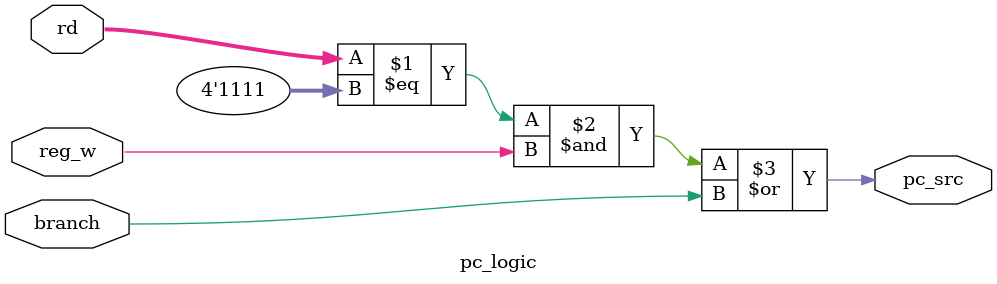
<source format=sv>
module pc_logic
(
	input logic[3:0] rd,
	input logic branch,
	input logic reg_w,
	output logic pc_src
);

	assign pc_src = ((rd == 4'b1111) & reg_w) | branch;
	

endmodule 
</source>
